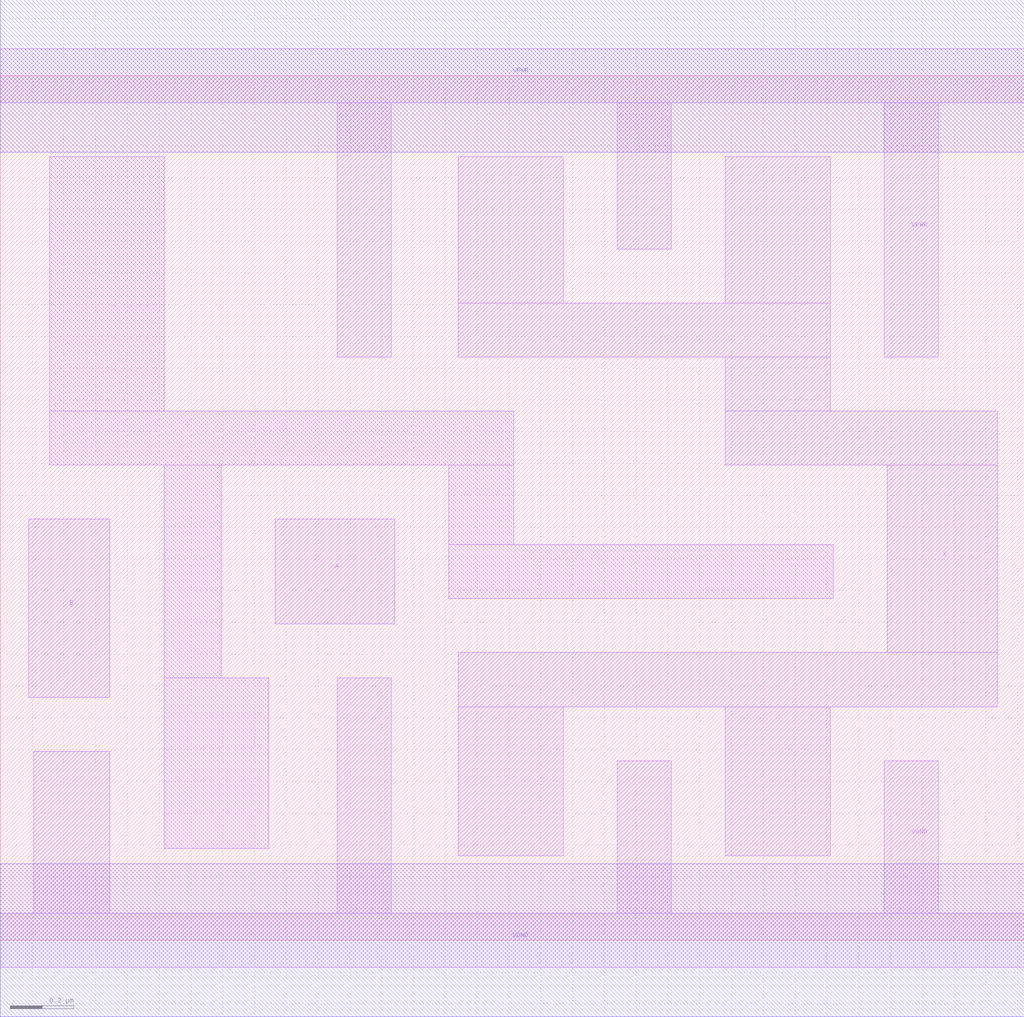
<source format=lef>
# Copyright 2020 The SkyWater PDK Authors
#
# Licensed under the Apache License, Version 2.0 (the "License");
# you may not use this file except in compliance with the License.
# You may obtain a copy of the License at
#
#     https://www.apache.org/licenses/LICENSE-2.0
#
# Unless required by applicable law or agreed to in writing, software
# distributed under the License is distributed on an "AS IS" BASIS,
# WITHOUT WARRANTIES OR CONDITIONS OF ANY KIND, either express or implied.
# See the License for the specific language governing permissions and
# limitations under the License.
#
# SPDX-License-Identifier: Apache-2.0

VERSION 5.5 ;
NAMESCASESENSITIVE ON ;
BUSBITCHARS "[]" ;
DIVIDERCHAR "/" ;
MACRO sky130_fd_sc_hd__or2_4
  CLASS CORE ;
  SOURCE USER ;
  ORIGIN  0.000000  0.000000 ;
  SIZE  3.220000 BY  2.720000 ;
  SYMMETRY X Y R90 ;
  SITE unithd ;
  PIN A
    ANTENNAGATEAREA  0.247500 ;
    DIRECTION INPUT ;
    USE SIGNAL ;
    PORT
      LAYER li1 ;
        RECT 0.865000 0.995000 1.240000 1.325000 ;
    END
  END A
  PIN B
    ANTENNAGATEAREA  0.247500 ;
    DIRECTION INPUT ;
    USE SIGNAL ;
    PORT
      LAYER li1 ;
        RECT 0.090000 0.765000 0.345000 1.325000 ;
    END
  END B
  PIN X
    ANTENNADIFFAREA  0.891000 ;
    DIRECTION OUTPUT ;
    USE SIGNAL ;
    PORT
      LAYER li1 ;
        RECT 1.440000 0.265000 1.770000 0.735000 ;
        RECT 1.440000 0.735000 3.135000 0.905000 ;
        RECT 1.440000 1.835000 2.610000 2.005000 ;
        RECT 1.440000 2.005000 1.770000 2.465000 ;
        RECT 2.280000 0.265000 2.610000 0.735000 ;
        RECT 2.280000 1.495000 3.135000 1.665000 ;
        RECT 2.280000 1.665000 2.610000 1.835000 ;
        RECT 2.280000 2.005000 2.610000 2.465000 ;
        RECT 2.790000 0.905000 3.135000 1.495000 ;
    END
  END X
  PIN VGND
    DIRECTION INOUT ;
    SHAPE ABUTMENT ;
    USE GROUND ;
    PORT
      LAYER li1 ;
        RECT 0.000000 -0.085000 3.220000 0.085000 ;
        RECT 0.105000  0.085000 0.345000 0.595000 ;
        RECT 1.060000  0.085000 1.230000 0.825000 ;
        RECT 1.940000  0.085000 2.110000 0.565000 ;
        RECT 2.780000  0.085000 2.950000 0.565000 ;
    END
    PORT
      LAYER met1 ;
        RECT 0.000000 -0.240000 3.220000 0.240000 ;
    END
  END VGND
  PIN VPWR
    DIRECTION INOUT ;
    SHAPE ABUTMENT ;
    USE POWER ;
    PORT
      LAYER li1 ;
        RECT 0.000000 2.635000 3.220000 2.805000 ;
        RECT 1.060000 1.835000 1.230000 2.635000 ;
        RECT 1.940000 2.175000 2.110000 2.635000 ;
        RECT 2.780000 1.835000 2.950000 2.635000 ;
    END
    PORT
      LAYER met1 ;
        RECT 0.000000 2.480000 3.220000 2.960000 ;
    END
  END VPWR
  OBS
    LAYER li1 ;
      RECT 0.155000 1.495000 1.615000 1.665000 ;
      RECT 0.155000 1.665000 0.515000 2.465000 ;
      RECT 0.515000 0.290000 0.845000 0.825000 ;
      RECT 0.515000 0.825000 0.695000 1.495000 ;
      RECT 1.410000 1.075000 2.620000 1.245000 ;
      RECT 1.410000 1.245000 1.615000 1.495000 ;
  END
END sky130_fd_sc_hd__or2_4
END LIBRARY

</source>
